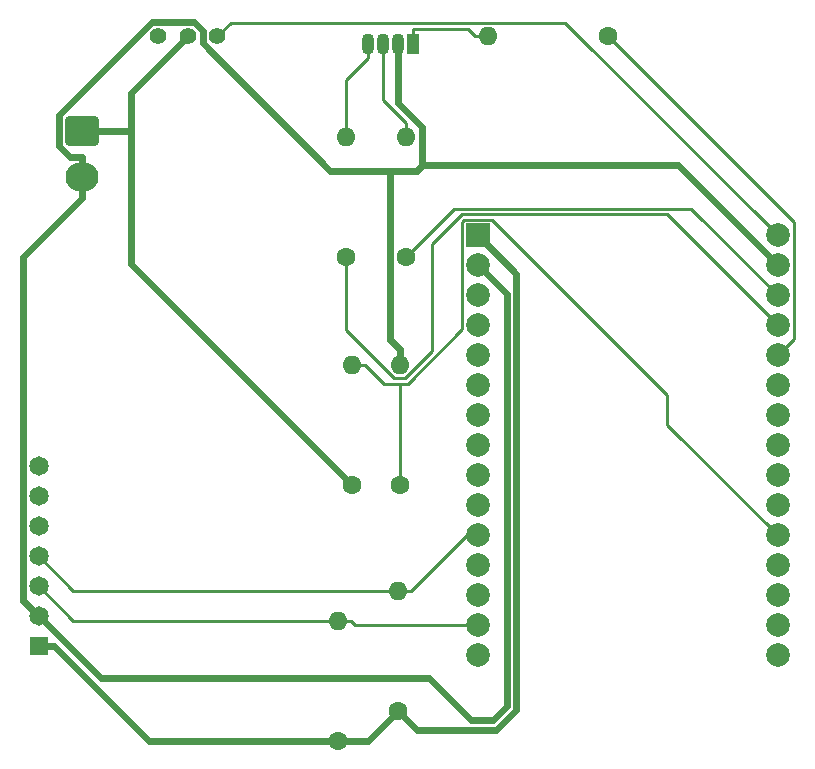
<source format=gbr>
%TF.GenerationSoftware,KiCad,Pcbnew,(6.0.1)*%
%TF.CreationDate,2022-02-16T21:04:10+01:00*%
%TF.ProjectId,ESP32_SCD30,45535033-325f-4534-9344-33302e6b6963,rev?*%
%TF.SameCoordinates,Original*%
%TF.FileFunction,Copper,L2,Bot*%
%TF.FilePolarity,Positive*%
%FSLAX46Y46*%
G04 Gerber Fmt 4.6, Leading zero omitted, Abs format (unit mm)*
G04 Created by KiCad (PCBNEW (6.0.1)) date 2022-02-16 21:04:10*
%MOMM*%
%LPD*%
G01*
G04 APERTURE LIST*
G04 Aperture macros list*
%AMRoundRect*
0 Rectangle with rounded corners*
0 $1 Rounding radius*
0 $2 $3 $4 $5 $6 $7 $8 $9 X,Y pos of 4 corners*
0 Add a 4 corners polygon primitive as box body*
4,1,4,$2,$3,$4,$5,$6,$7,$8,$9,$2,$3,0*
0 Add four circle primitives for the rounded corners*
1,1,$1+$1,$2,$3*
1,1,$1+$1,$4,$5*
1,1,$1+$1,$6,$7*
1,1,$1+$1,$8,$9*
0 Add four rect primitives between the rounded corners*
20,1,$1+$1,$2,$3,$4,$5,0*
20,1,$1+$1,$4,$5,$6,$7,0*
20,1,$1+$1,$6,$7,$8,$9,0*
20,1,$1+$1,$8,$9,$2,$3,0*%
G04 Aperture macros list end*
%TA.AperFunction,ComponentPad*%
%ADD10R,1.650000X1.650000*%
%TD*%
%TA.AperFunction,ComponentPad*%
%ADD11C,1.650000*%
%TD*%
%TA.AperFunction,ComponentPad*%
%ADD12C,1.600000*%
%TD*%
%TA.AperFunction,ComponentPad*%
%ADD13O,1.600000X1.600000*%
%TD*%
%TA.AperFunction,ComponentPad*%
%ADD14R,2.000000X2.000000*%
%TD*%
%TA.AperFunction,ComponentPad*%
%ADD15C,2.000000*%
%TD*%
%TA.AperFunction,ComponentPad*%
%ADD16RoundRect,0.250000X-1.150000X0.980000X-1.150000X-0.980000X1.150000X-0.980000X1.150000X0.980000X0*%
%TD*%
%TA.AperFunction,ComponentPad*%
%ADD17O,2.800000X2.460000*%
%TD*%
%TA.AperFunction,ComponentPad*%
%ADD18R,1.070000X1.800000*%
%TD*%
%TA.AperFunction,ComponentPad*%
%ADD19O,1.070000X1.800000*%
%TD*%
%TA.AperFunction,ComponentPad*%
%ADD20C,1.400000*%
%TD*%
%TA.AperFunction,Conductor*%
%ADD21C,0.600000*%
%TD*%
%TA.AperFunction,Conductor*%
%ADD22C,0.250000*%
%TD*%
G04 APERTURE END LIST*
D10*
%TO.P,U2,1,VDD*%
%TO.N,3v3*%
X88790000Y-105646400D03*
D11*
%TO.P,U2,2,GND*%
%TO.N,GND*%
X88790000Y-103106400D03*
%TO.P,U2,3,TX/SCL*%
%TO.N,/SCL*%
X88790000Y-100566400D03*
%TO.P,U2,4,RX/SDA*%
%TO.N,/SDA*%
X88790000Y-98026400D03*
%TO.P,U2,5,RDY*%
%TO.N,unconnected-(U2-Pad5)*%
X88790000Y-95486400D03*
%TO.P,U2,6,PWM*%
%TO.N,unconnected-(U2-Pad6)*%
X88790000Y-92946400D03*
%TO.P,U2,7,SEL*%
%TO.N,unconnected-(U2-Pad7)*%
X88790000Y-90406400D03*
%TD*%
D12*
%TO.P,R1,1*%
%TO.N,3v3*%
X119210000Y-111136400D03*
D13*
%TO.P,R1,2*%
%TO.N,/SDA*%
X119210000Y-100976400D03*
%TD*%
D12*
%TO.P,R6,1*%
%TO.N,+8V*%
X115316000Y-91948000D03*
D13*
%TO.P,R6,2*%
%TO.N,/D35_adc*%
X115316000Y-81788000D03*
%TD*%
D12*
%TO.P,R7,1*%
%TO.N,/D35_adc*%
X119366000Y-91948000D03*
D13*
%TO.P,R7,2*%
%TO.N,GND*%
X119366000Y-81788000D03*
%TD*%
D12*
%TO.P,R3,1*%
%TO.N,/D12*%
X114808000Y-72644000D03*
D13*
%TO.P,R3,2*%
%TO.N,Net-(D1-Pad4)*%
X114808000Y-62484000D03*
%TD*%
D12*
%TO.P,R2,1*%
%TO.N,3v3*%
X114130000Y-113676400D03*
D13*
%TO.P,R2,2*%
%TO.N,/SCL*%
X114130000Y-103516400D03*
%TD*%
D14*
%TO.P,U1,1,3V3*%
%TO.N,3v3*%
X125984000Y-70845000D03*
D15*
%TO.P,U1,2,GND*%
%TO.N,GND*%
X125984000Y-73385000D03*
%TO.P,U1,3,D15*%
%TO.N,unconnected-(U1-Pad3)*%
X125984000Y-75925000D03*
%TO.P,U1,4,D2*%
%TO.N,unconnected-(U1-Pad4)*%
X125984000Y-78465000D03*
%TO.P,U1,5,D4*%
%TO.N,unconnected-(U1-Pad5)*%
X125984000Y-81005000D03*
%TO.P,U1,6,RX2*%
%TO.N,unconnected-(U1-Pad6)*%
X125984000Y-83545000D03*
%TO.P,U1,7,TX2*%
%TO.N,unconnected-(U1-Pad7)*%
X125984000Y-86085000D03*
%TO.P,U1,8,D5*%
%TO.N,unconnected-(U1-Pad8)*%
X125984000Y-88625000D03*
%TO.P,U1,9,D18*%
%TO.N,unconnected-(U1-Pad9)*%
X125984000Y-91165000D03*
%TO.P,U1,10,D19*%
%TO.N,unconnected-(U1-Pad10)*%
X125984000Y-93705000D03*
%TO.P,U1,11,D21*%
%TO.N,/SDA*%
X125984000Y-96245000D03*
%TO.P,U1,12,RX0*%
%TO.N,unconnected-(U1-Pad12)*%
X125984000Y-98785000D03*
%TO.P,U1,13,TX0*%
%TO.N,unconnected-(U1-Pad13)*%
X125984000Y-101325000D03*
%TO.P,U1,14,D22*%
%TO.N,/SCL*%
X125984000Y-103865000D03*
%TO.P,U1,15,D23*%
%TO.N,unconnected-(U1-Pad15)*%
X125984000Y-106405000D03*
%TO.P,U1,16,EN*%
%TO.N,unconnected-(U1-Pad16)*%
X151384000Y-106405000D03*
%TO.P,U1,17,VP*%
%TO.N,unconnected-(U1-Pad17)*%
X151384000Y-103865000D03*
%TO.P,U1,18,VN*%
%TO.N,unconnected-(U1-Pad18)*%
X151384000Y-101325000D03*
%TO.P,U1,19,D34*%
%TO.N,unconnected-(U1-Pad19)*%
X151384000Y-98785000D03*
%TO.P,U1,20,D35*%
%TO.N,/D35_adc*%
X151384000Y-96245000D03*
%TO.P,U1,21,D32*%
%TO.N,unconnected-(U1-Pad21)*%
X151384000Y-93705000D03*
%TO.P,U1,22,D33*%
%TO.N,unconnected-(U1-Pad22)*%
X151384000Y-91165000D03*
%TO.P,U1,23,D25*%
%TO.N,unconnected-(U1-Pad23)*%
X151384000Y-88625000D03*
%TO.P,U1,24,D26*%
%TO.N,unconnected-(U1-Pad24)*%
X151384000Y-86085000D03*
%TO.P,U1,25,D27*%
%TO.N,unconnected-(U1-Pad25)*%
X151384000Y-83545000D03*
%TO.P,U1,26,D14*%
%TO.N,/D14*%
X151384000Y-81005000D03*
%TO.P,U1,27,D12*%
%TO.N,/D12*%
X151384000Y-78465000D03*
%TO.P,U1,28,D13*%
%TO.N,/D13*%
X151384000Y-75925000D03*
%TO.P,U1,29,GND*%
%TO.N,GND*%
X151384000Y-73385000D03*
%TO.P,U1,30,VIN*%
%TO.N,Net-(S1-Pad3)*%
X151384000Y-70845000D03*
%TD*%
D12*
%TO.P,R5,1*%
%TO.N,/D14*%
X136990000Y-53986400D03*
D13*
%TO.P,R5,2*%
%TO.N,Net-(D1-Pad1)*%
X126830000Y-53986400D03*
%TD*%
D16*
%TO.P,J1,1,Pin_1*%
%TO.N,+8V*%
X92456000Y-61976000D03*
D17*
%TO.P,J1,2,Pin_2*%
%TO.N,GND*%
X92456000Y-65936000D03*
%TD*%
D18*
%TO.P,D1,1,RA*%
%TO.N,Net-(D1-Pad1)*%
X120480000Y-54616400D03*
D19*
%TO.P,D1,2,K*%
%TO.N,GND*%
X119210000Y-54616400D03*
%TO.P,D1,3,GA*%
%TO.N,Net-(D1-Pad3)*%
X117940000Y-54616400D03*
%TO.P,D1,4,BA*%
%TO.N,Net-(D1-Pad4)*%
X116670000Y-54616400D03*
%TD*%
D20*
%TO.P,S1,1,NC*%
%TO.N,unconnected-(S1-Pad1)*%
X98930000Y-53986400D03*
%TO.P,S1,2,COM*%
%TO.N,+8V*%
X101430000Y-53986400D03*
%TO.P,S1,3,NO*%
%TO.N,Net-(S1-Pad3)*%
X103930000Y-53986400D03*
%TD*%
D12*
%TO.P,R4,1*%
%TO.N,/D13*%
X119888000Y-72644000D03*
D13*
%TO.P,R4,2*%
%TO.N,Net-(D1-Pad3)*%
X119888000Y-62484000D03*
%TD*%
D21*
%TO.N,3v3*%
X98145300Y-113676400D02*
X90115300Y-105646400D01*
X127535600Y-112709300D02*
X120782900Y-112709300D01*
X120782900Y-112709300D02*
X119210000Y-111136400D01*
X88790000Y-105646400D02*
X90115300Y-105646400D01*
X125984000Y-70845000D02*
X129247300Y-74108300D01*
X119210000Y-111136400D02*
X116670000Y-113676400D01*
X129247300Y-74108300D02*
X129247300Y-110997600D01*
X114130000Y-113676400D02*
X98145300Y-113676400D01*
X129247300Y-110997600D02*
X127535600Y-112709300D01*
X116670000Y-113676400D02*
X114130000Y-113676400D01*
D22*
%TO.N,/SDA*%
X119210000Y-100976400D02*
X91740000Y-100976400D01*
X91740000Y-100976400D02*
X88790000Y-98026400D01*
X119210000Y-100976400D02*
X120335300Y-100976400D01*
X125066700Y-96245000D02*
X120335300Y-100976400D01*
X125984000Y-96245000D02*
X125066700Y-96245000D01*
%TO.N,/SCL*%
X115603900Y-103865000D02*
X115255300Y-103516400D01*
X91740000Y-103516400D02*
X88790000Y-100566400D01*
X125984000Y-103865000D02*
X115603900Y-103865000D01*
X114130000Y-103516400D02*
X91740000Y-103516400D01*
X114130000Y-103516400D02*
X115255300Y-103516400D01*
D21*
%TO.N,GND*%
X128408100Y-75809100D02*
X128408100Y-110675200D01*
X101959000Y-52782300D02*
X98395000Y-52782300D01*
X91444900Y-64205700D02*
X92456000Y-64205700D01*
X90506400Y-63267200D02*
X91444900Y-64205700D01*
X98395000Y-52782300D02*
X90506400Y-60670900D01*
X113486800Y-65367400D02*
X102680000Y-54560600D01*
X142925200Y-64926200D02*
X151384000Y-73385000D01*
X87461500Y-72660800D02*
X87461500Y-101777900D01*
X127217100Y-111866200D02*
X125366600Y-111866200D01*
X92456000Y-65936000D02*
X92456000Y-64205700D01*
X87461500Y-101777900D02*
X88790000Y-103106400D01*
X118579100Y-65367400D02*
X120798100Y-65367400D01*
X90506400Y-60670900D02*
X90506400Y-63267200D01*
X102680000Y-53503300D02*
X101959000Y-52782300D01*
X119210000Y-54616400D02*
X119210000Y-59605500D01*
X102680000Y-54560600D02*
X102680000Y-53503300D01*
X125984000Y-73385000D02*
X128408100Y-75809100D01*
X118579100Y-79700800D02*
X118579100Y-65367400D01*
X121239300Y-64926200D02*
X142925200Y-64926200D01*
X92456000Y-67666300D02*
X87461500Y-72660800D01*
X121239300Y-61634800D02*
X121239300Y-64926200D01*
X120798100Y-65367400D02*
X121239300Y-64926200D01*
X92456000Y-65936000D02*
X92456000Y-67666300D01*
X119366000Y-81788000D02*
X119366000Y-80487700D01*
X118579100Y-65367400D02*
X113486800Y-65367400D01*
X119366000Y-80487700D02*
X118579100Y-79700800D01*
X128408100Y-110675200D02*
X127217100Y-111866200D01*
X94044300Y-108360700D02*
X88790000Y-103106400D01*
X125366600Y-111866200D02*
X121861100Y-108360700D01*
X119210000Y-59605500D02*
X121239300Y-61634800D01*
X121861100Y-108360700D02*
X94044300Y-108360700D01*
D22*
%TO.N,Net-(D1-Pad1)*%
X120480000Y-53391100D02*
X125109400Y-53391100D01*
X120480000Y-54616400D02*
X120480000Y-53391100D01*
X125109400Y-53391100D02*
X125704700Y-53986400D01*
X126830000Y-53986400D02*
X125704700Y-53986400D01*
%TO.N,Net-(D1-Pad3)*%
X117940000Y-59410700D02*
X117940000Y-54616400D01*
X119888000Y-62484000D02*
X119888000Y-61358700D01*
X119888000Y-61358700D02*
X117940000Y-59410700D01*
%TO.N,Net-(D1-Pad4)*%
X116670000Y-54616400D02*
X116670000Y-55841700D01*
X116670000Y-55841700D02*
X114808000Y-57703700D01*
X114808000Y-57703700D02*
X114808000Y-62484000D01*
%TO.N,/D12*%
X118871500Y-82950400D02*
X114808000Y-78886900D01*
X122130500Y-71569400D02*
X122130500Y-80623000D01*
X141975200Y-69056200D02*
X124643700Y-69056200D01*
X151384000Y-78465000D02*
X141975200Y-69056200D01*
X124643700Y-69056200D02*
X122130500Y-71569400D01*
X119803100Y-82950400D02*
X118871500Y-82950400D01*
X122130500Y-80623000D02*
X119803100Y-82950400D01*
X114808000Y-78886900D02*
X114808000Y-72644000D01*
%TO.N,/D13*%
X123932500Y-68599500D02*
X144058500Y-68599500D01*
X119888000Y-72644000D02*
X123932500Y-68599500D01*
X144058500Y-68599500D02*
X151384000Y-75925000D01*
%TO.N,/D14*%
X152752900Y-69749300D02*
X152752900Y-79636100D01*
X152752900Y-79636100D02*
X151384000Y-81005000D01*
X136990000Y-53986400D02*
X152752900Y-69749300D01*
D21*
%TO.N,+8V*%
X101430000Y-53986400D02*
X96608200Y-58808200D01*
X96608200Y-61976000D02*
X96608200Y-73240200D01*
X96608200Y-58808200D02*
X96608200Y-61976000D01*
X96608200Y-61976000D02*
X92456000Y-61976000D01*
X96608200Y-73240200D02*
X115316000Y-91948000D01*
D22*
%TO.N,Net-(S1-Pad3)*%
X151384000Y-70845000D02*
X133396300Y-52857300D01*
X133396300Y-52857300D02*
X105059100Y-52857300D01*
X105059100Y-52857300D02*
X103930000Y-53986400D01*
%TO.N,/D35_adc*%
X119366000Y-91948000D02*
X119366000Y-83400800D01*
X124658600Y-78790100D02*
X120047900Y-83400800D01*
X118054100Y-83400800D02*
X116441300Y-81788000D01*
X141999000Y-86860000D02*
X141999000Y-84364100D01*
X151384000Y-96245000D02*
X141999000Y-86860000D01*
X119366000Y-83400800D02*
X118054100Y-83400800D01*
X120047900Y-83400800D02*
X119366000Y-83400800D01*
X115316000Y-81788000D02*
X116441300Y-81788000D01*
X124658600Y-69678200D02*
X124658600Y-78790100D01*
X141999000Y-84364100D02*
X127154500Y-69519600D01*
X127154500Y-69519600D02*
X124817200Y-69519600D01*
X124817200Y-69519600D02*
X124658600Y-69678200D01*
%TD*%
M02*

</source>
